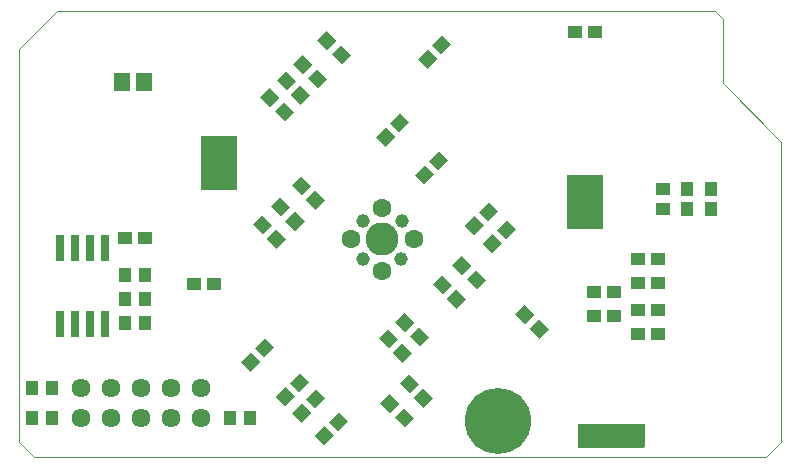
<source format=gbs>
G04 EAGLE Gerber RS-274X export*
G75*
%MOMM*%
%FSLAX34Y34*%
%LPD*%
%INLötstopplack unten*%
%IPPOS*%
%AMOC8*
5,1,8,0,0,1.08239X$1,22.5*%
G01*
%ADD10C,0.000000*%
%ADD11R,1.401600X1.601600*%
%ADD12R,1.201600X1.101600*%
%ADD13R,1.101600X1.201600*%
%ADD14C,1.609600*%
%ADD15R,0.736600X2.260600*%
%ADD16R,3.101600X4.601600*%
%ADD17C,5.601600*%
%ADD18C,1.601600*%
%ADD19C,2.801600*%
%ADD20C,1.151600*%

G36*
X532442Y7375D02*
X532442Y7375D01*
X532500Y7373D01*
X532582Y7395D01*
X532666Y7407D01*
X532719Y7431D01*
X532775Y7445D01*
X532848Y7488D01*
X532925Y7523D01*
X532970Y7561D01*
X533020Y7591D01*
X533078Y7652D01*
X533142Y7707D01*
X533174Y7755D01*
X533214Y7798D01*
X533253Y7873D01*
X533300Y7943D01*
X533317Y7999D01*
X533344Y8051D01*
X533355Y8119D01*
X533385Y8214D01*
X533388Y8314D01*
X533399Y8382D01*
X533399Y27178D01*
X533391Y27236D01*
X533393Y27294D01*
X533371Y27376D01*
X533359Y27460D01*
X533336Y27513D01*
X533321Y27569D01*
X533278Y27642D01*
X533243Y27719D01*
X533205Y27764D01*
X533176Y27814D01*
X533114Y27872D01*
X533060Y27936D01*
X533011Y27968D01*
X532968Y28008D01*
X532893Y28047D01*
X532823Y28094D01*
X532767Y28111D01*
X532715Y28138D01*
X532647Y28149D01*
X532552Y28179D01*
X532452Y28182D01*
X532384Y28193D01*
X478282Y28193D01*
X478224Y28185D01*
X478166Y28187D01*
X478084Y28165D01*
X478001Y28153D01*
X477947Y28130D01*
X477891Y28115D01*
X477818Y28072D01*
X477741Y28037D01*
X477696Y27999D01*
X477646Y27970D01*
X477588Y27908D01*
X477524Y27854D01*
X477492Y27805D01*
X477452Y27762D01*
X477413Y27687D01*
X477367Y27617D01*
X477349Y27561D01*
X477322Y27509D01*
X477311Y27441D01*
X477281Y27346D01*
X477278Y27246D01*
X477267Y27178D01*
X477267Y8382D01*
X477275Y8324D01*
X477273Y8266D01*
X477295Y8184D01*
X477307Y8101D01*
X477331Y8047D01*
X477345Y7991D01*
X477388Y7918D01*
X477423Y7841D01*
X477461Y7796D01*
X477491Y7746D01*
X477552Y7688D01*
X477607Y7624D01*
X477655Y7592D01*
X477698Y7552D01*
X477773Y7513D01*
X477843Y7467D01*
X477899Y7449D01*
X477951Y7422D01*
X478019Y7411D01*
X478114Y7381D01*
X478214Y7378D01*
X478282Y7367D01*
X532384Y7367D01*
X532442Y7375D01*
G37*
D10*
X16510Y0D02*
X3810Y12700D01*
X3810Y345440D01*
X35560Y377190D01*
X593090Y377190D01*
X599440Y370840D01*
X599440Y316230D01*
X648970Y266700D01*
X648970Y12700D01*
X636270Y0D02*
X16510Y0D01*
X636270Y0D02*
X648970Y12700D01*
D11*
X109830Y317500D03*
X90830Y317500D03*
D12*
G36*
X203607Y92017D02*
X212103Y100513D01*
X219893Y92723D01*
X211397Y84227D01*
X203607Y92017D01*
G37*
G36*
X191587Y79997D02*
X200083Y88493D01*
X207873Y80703D01*
X199377Y72207D01*
X191587Y79997D01*
G37*
G36*
X346017Y58013D02*
X354513Y49517D01*
X346723Y41727D01*
X338227Y50223D01*
X346017Y58013D01*
G37*
G36*
X333997Y70033D02*
X342493Y61537D01*
X334703Y53747D01*
X326207Y62243D01*
X333997Y70033D01*
G37*
G36*
X342207Y110083D02*
X350703Y101587D01*
X342913Y93797D01*
X334417Y102293D01*
X342207Y110083D01*
G37*
G36*
X330187Y122103D02*
X338683Y113607D01*
X330893Y105817D01*
X322397Y114313D01*
X330187Y122103D01*
G37*
G36*
X373957Y141833D02*
X382453Y133337D01*
X374663Y125547D01*
X366167Y134043D01*
X373957Y141833D01*
G37*
G36*
X361937Y153853D02*
X370433Y145357D01*
X362643Y137567D01*
X354147Y146063D01*
X361937Y153853D01*
G37*
G36*
X432493Y112167D02*
X423997Y120663D01*
X431787Y128453D01*
X440283Y119957D01*
X432493Y112167D01*
G37*
G36*
X444513Y100147D02*
X436017Y108643D01*
X443807Y116433D01*
X452303Y107937D01*
X444513Y100147D01*
G37*
G36*
X392837Y207587D02*
X401333Y216083D01*
X409123Y208293D01*
X400627Y199797D01*
X392837Y207587D01*
G37*
G36*
X380817Y195567D02*
X389313Y204063D01*
X397103Y196273D01*
X388607Y187777D01*
X380817Y195567D01*
G37*
G36*
X350927Y250767D02*
X359423Y259263D01*
X367213Y251473D01*
X358717Y242977D01*
X350927Y250767D01*
G37*
G36*
X338907Y238747D02*
X347403Y247243D01*
X355193Y239453D01*
X346697Y230957D01*
X338907Y238747D01*
G37*
G36*
X241877Y314553D02*
X250373Y306057D01*
X242583Y298267D01*
X234087Y306763D01*
X241877Y314553D01*
G37*
G36*
X229857Y326573D02*
X238353Y318077D01*
X230563Y310287D01*
X222067Y318783D01*
X229857Y326573D01*
G37*
G36*
X227907Y300583D02*
X236403Y292087D01*
X228613Y284297D01*
X220117Y292793D01*
X227907Y300583D01*
G37*
G36*
X215887Y312603D02*
X224383Y304107D01*
X216593Y296317D01*
X208097Y304813D01*
X215887Y312603D01*
G37*
G36*
X243263Y221387D02*
X234767Y229883D01*
X242557Y237673D01*
X251053Y229177D01*
X243263Y221387D01*
G37*
G36*
X255283Y209367D02*
X246787Y217863D01*
X254577Y225653D01*
X263073Y217157D01*
X255283Y209367D01*
G37*
G36*
X210243Y188367D02*
X201747Y196863D01*
X209537Y204653D01*
X218033Y196157D01*
X210243Y188367D01*
G37*
G36*
X222263Y176347D02*
X213767Y184843D01*
X221557Y192633D01*
X230053Y184137D01*
X222263Y176347D01*
G37*
G36*
X232817Y62807D02*
X241313Y71303D01*
X249103Y63513D01*
X240607Y55017D01*
X232817Y62807D01*
G37*
G36*
X220797Y50787D02*
X229293Y59283D01*
X237083Y51493D01*
X228587Y42997D01*
X220797Y50787D01*
G37*
X168520Y146050D03*
X151520Y146050D03*
G36*
X246787Y48837D02*
X255283Y57333D01*
X263073Y49543D01*
X254577Y41047D01*
X246787Y48837D01*
G37*
G36*
X234767Y36817D02*
X243263Y45313D01*
X251053Y37523D01*
X242557Y29027D01*
X234767Y36817D01*
G37*
G36*
X328237Y96113D02*
X336733Y87617D01*
X328943Y79827D01*
X320447Y88323D01*
X328237Y96113D01*
G37*
G36*
X316217Y108133D02*
X324713Y99637D01*
X316923Y91847D01*
X308427Y100343D01*
X316217Y108133D01*
G37*
G36*
X390467Y158343D02*
X398963Y149847D01*
X391173Y142057D01*
X382677Y150553D01*
X390467Y158343D01*
G37*
G36*
X378447Y170363D02*
X386943Y161867D01*
X379153Y154077D01*
X370657Y162573D01*
X378447Y170363D01*
G37*
G36*
X408077Y192347D02*
X416573Y200843D01*
X424363Y193053D01*
X415867Y184557D01*
X408077Y192347D01*
G37*
G36*
X396057Y180327D02*
X404553Y188823D01*
X412343Y181033D01*
X403847Y172537D01*
X396057Y180327D01*
G37*
G36*
X317907Y282517D02*
X326403Y291013D01*
X334193Y283223D01*
X325697Y274727D01*
X317907Y282517D01*
G37*
G36*
X305887Y270497D02*
X314383Y278993D01*
X322173Y271203D01*
X313677Y262707D01*
X305887Y270497D01*
G37*
G36*
X255847Y328523D02*
X264343Y320027D01*
X256553Y312237D01*
X248057Y320733D01*
X255847Y328523D01*
G37*
G36*
X243827Y340543D02*
X252323Y332047D01*
X244533Y324257D01*
X236037Y332753D01*
X243827Y340543D01*
G37*
G36*
X225737Y203607D02*
X217241Y212103D01*
X225031Y219893D01*
X233527Y211397D01*
X225737Y203607D01*
G37*
G36*
X237757Y191587D02*
X229261Y200083D01*
X237051Y207873D01*
X245547Y199377D01*
X237757Y191587D01*
G37*
G36*
X318193Y37237D02*
X309697Y45733D01*
X317487Y53523D01*
X325983Y45027D01*
X318193Y37237D01*
G37*
G36*
X330213Y25217D02*
X321717Y33713D01*
X329507Y41503D01*
X338003Y33007D01*
X330213Y25217D01*
G37*
G36*
X276258Y348752D02*
X284754Y340256D01*
X276964Y332466D01*
X268468Y340962D01*
X276258Y348752D01*
G37*
G36*
X264237Y360773D02*
X272733Y352277D01*
X264943Y344487D01*
X256447Y352983D01*
X264237Y360773D01*
G37*
G36*
X265837Y29787D02*
X274333Y38283D01*
X282123Y30493D01*
X273627Y21997D01*
X265837Y29787D01*
G37*
G36*
X253817Y17767D02*
X262313Y26263D01*
X270103Y18473D01*
X261607Y9977D01*
X253817Y17767D01*
G37*
G36*
X357733Y337243D02*
X349237Y328747D01*
X341447Y336537D01*
X349943Y345033D01*
X357733Y337243D01*
G37*
G36*
X369753Y349263D02*
X361257Y340767D01*
X353467Y348557D01*
X361963Y357053D01*
X369753Y349263D01*
G37*
X490610Y119380D03*
X507610Y119380D03*
X490610Y139700D03*
X507610Y139700D03*
X544440Y104140D03*
X527440Y104140D03*
X544440Y124460D03*
X527440Y124460D03*
X544440Y147320D03*
X527440Y147320D03*
X544440Y167640D03*
X527440Y167640D03*
D13*
X589280Y226940D03*
X589280Y209940D03*
X568960Y226940D03*
X568960Y209940D03*
D12*
X474100Y359410D03*
X491100Y359410D03*
X93100Y185420D03*
X110100Y185420D03*
D13*
X93100Y133350D03*
X110100Y133350D03*
X31360Y58420D03*
X14360Y58420D03*
X31360Y33020D03*
X14360Y33020D03*
X182000Y33020D03*
X199000Y33020D03*
X93100Y113030D03*
X110100Y113030D03*
D12*
X548640Y209940D03*
X548640Y226940D03*
D13*
X93100Y153670D03*
X110100Y153670D03*
D14*
X55880Y33020D03*
X55880Y58420D03*
X81280Y33020D03*
X81280Y58420D03*
X106680Y33020D03*
X106680Y58420D03*
X132080Y33020D03*
X132080Y58420D03*
X157480Y33020D03*
X157480Y58420D03*
D15*
X76200Y112522D03*
X38100Y177038D03*
X50800Y177038D03*
X63500Y177038D03*
X76200Y177038D03*
X63500Y112522D03*
X50800Y112522D03*
X38100Y112522D03*
D16*
X172720Y248920D03*
X482600Y215900D03*
D17*
X408940Y30480D03*
D18*
X284480Y184150D03*
D19*
X311150Y184150D03*
D20*
X295275Y200025D03*
X295275Y167640D03*
X327025Y167640D03*
X327660Y200025D03*
D18*
X337820Y184150D03*
X311150Y210820D03*
X311150Y157480D03*
M02*

</source>
